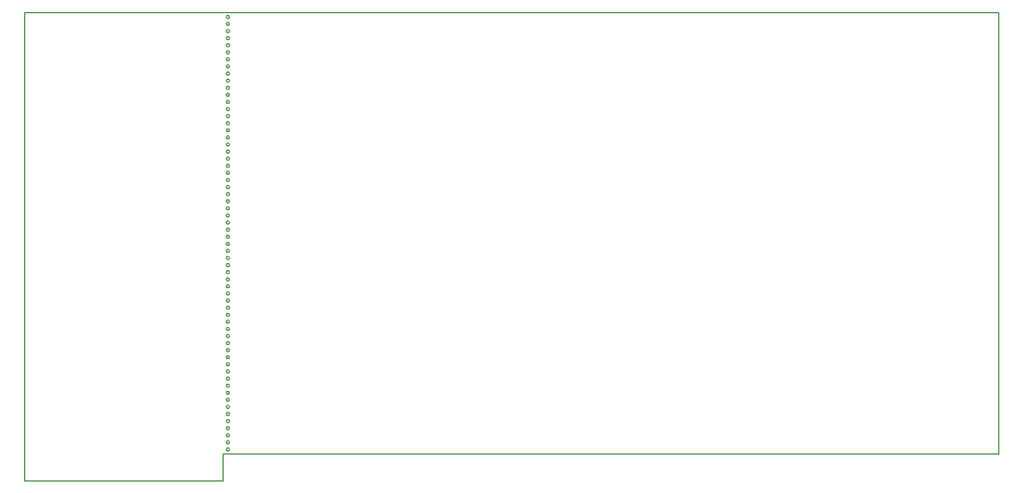
<source format=gbr>
G04 #@! TF.FileFunction,Profile,NP*
%FSLAX46Y46*%
G04 Gerber Fmt 4.6, Leading zero omitted, Abs format (unit mm)*
G04 Created by KiCad (PCBNEW 4.0.7) date 01/09/18 02:49:50*
%MOMM*%
%LPD*%
G01*
G04 APERTURE LIST*
%ADD10C,0.100000*%
%ADD11C,0.150000*%
G04 APERTURE END LIST*
D10*
D11*
X109445000Y-127675000D02*
G75*
G03X109445000Y-127675000I-225000J0D01*
G01*
X109445000Y-126675000D02*
G75*
G03X109445000Y-126675000I-225000J0D01*
G01*
X109445000Y-125675000D02*
G75*
G03X109445000Y-125675000I-225000J0D01*
G01*
X109445000Y-124675000D02*
G75*
G03X109445000Y-124675000I-225000J0D01*
G01*
X109445000Y-123675000D02*
G75*
G03X109445000Y-123675000I-225000J0D01*
G01*
X109445000Y-122675000D02*
G75*
G03X109445000Y-122675000I-225000J0D01*
G01*
X109445000Y-121675000D02*
G75*
G03X109445000Y-121675000I-225000J0D01*
G01*
X109445000Y-120675000D02*
G75*
G03X109445000Y-120675000I-225000J0D01*
G01*
X109445000Y-119675000D02*
G75*
G03X109445000Y-119675000I-225000J0D01*
G01*
X109445000Y-118675000D02*
G75*
G03X109445000Y-118675000I-225000J0D01*
G01*
X109445000Y-117675000D02*
G75*
G03X109445000Y-117675000I-225000J0D01*
G01*
X109445000Y-116675000D02*
G75*
G03X109445000Y-116675000I-225000J0D01*
G01*
X109445000Y-115675000D02*
G75*
G03X109445000Y-115675000I-225000J0D01*
G01*
X109445000Y-114675000D02*
G75*
G03X109445000Y-114675000I-225000J0D01*
G01*
X109445000Y-113675000D02*
G75*
G03X109445000Y-113675000I-225000J0D01*
G01*
X109445000Y-112675000D02*
G75*
G03X109445000Y-112675000I-225000J0D01*
G01*
X109445000Y-111675000D02*
G75*
G03X109445000Y-111675000I-225000J0D01*
G01*
X109445000Y-110675000D02*
G75*
G03X109445000Y-110675000I-225000J0D01*
G01*
X109445000Y-109675000D02*
G75*
G03X109445000Y-109675000I-225000J0D01*
G01*
X109445000Y-108675000D02*
G75*
G03X109445000Y-108675000I-225000J0D01*
G01*
X109445000Y-107675000D02*
G75*
G03X109445000Y-107675000I-225000J0D01*
G01*
X109445000Y-106675000D02*
G75*
G03X109445000Y-106675000I-225000J0D01*
G01*
X109445000Y-105675000D02*
G75*
G03X109445000Y-105675000I-225000J0D01*
G01*
X109445000Y-104675000D02*
G75*
G03X109445000Y-104675000I-225000J0D01*
G01*
X109445000Y-103675000D02*
G75*
G03X109445000Y-103675000I-225000J0D01*
G01*
X109445000Y-102675000D02*
G75*
G03X109445000Y-102675000I-225000J0D01*
G01*
X109445000Y-101675000D02*
G75*
G03X109445000Y-101675000I-225000J0D01*
G01*
X109445000Y-100675000D02*
G75*
G03X109445000Y-100675000I-225000J0D01*
G01*
X109445000Y-99675000D02*
G75*
G03X109445000Y-99675000I-225000J0D01*
G01*
X109445000Y-98675000D02*
G75*
G03X109445000Y-98675000I-225000J0D01*
G01*
X109445000Y-97675000D02*
G75*
G03X109445000Y-97675000I-225000J0D01*
G01*
X109445000Y-96675000D02*
G75*
G03X109445000Y-96675000I-225000J0D01*
G01*
X109445000Y-95675000D02*
G75*
G03X109445000Y-95675000I-225000J0D01*
G01*
X109445000Y-94675000D02*
G75*
G03X109445000Y-94675000I-225000J0D01*
G01*
X109445000Y-93675000D02*
G75*
G03X109445000Y-93675000I-225000J0D01*
G01*
X109445000Y-92675000D02*
G75*
G03X109445000Y-92675000I-225000J0D01*
G01*
X109445000Y-91675000D02*
G75*
G03X109445000Y-91675000I-225000J0D01*
G01*
X109445000Y-90675000D02*
G75*
G03X109445000Y-90675000I-225000J0D01*
G01*
X109445000Y-89675000D02*
G75*
G03X109445000Y-89675000I-225000J0D01*
G01*
X109445000Y-88675000D02*
G75*
G03X109445000Y-88675000I-225000J0D01*
G01*
X109445000Y-87675000D02*
G75*
G03X109445000Y-87675000I-225000J0D01*
G01*
X109445000Y-86675000D02*
G75*
G03X109445000Y-86675000I-225000J0D01*
G01*
X109445000Y-85675000D02*
G75*
G03X109445000Y-85675000I-225000J0D01*
G01*
X109445000Y-84675000D02*
G75*
G03X109445000Y-84675000I-225000J0D01*
G01*
X109445000Y-83675000D02*
G75*
G03X109445000Y-83675000I-225000J0D01*
G01*
X109445000Y-82675000D02*
G75*
G03X109445000Y-82675000I-225000J0D01*
G01*
X109445000Y-81675000D02*
G75*
G03X109445000Y-81675000I-225000J0D01*
G01*
X109445000Y-80675000D02*
G75*
G03X109445000Y-80675000I-225000J0D01*
G01*
X109445000Y-79675000D02*
G75*
G03X109445000Y-79675000I-225000J0D01*
G01*
X109445000Y-78675000D02*
G75*
G03X109445000Y-78675000I-225000J0D01*
G01*
X109445000Y-77675000D02*
G75*
G03X109445000Y-77675000I-225000J0D01*
G01*
X109445000Y-76675000D02*
G75*
G03X109445000Y-76675000I-225000J0D01*
G01*
X109445000Y-75675000D02*
G75*
G03X109445000Y-75675000I-225000J0D01*
G01*
X109445000Y-74675000D02*
G75*
G03X109445000Y-74675000I-225000J0D01*
G01*
X109445000Y-73675000D02*
G75*
G03X109445000Y-73675000I-225000J0D01*
G01*
X109445000Y-72675000D02*
G75*
G03X109445000Y-72675000I-225000J0D01*
G01*
X109445000Y-71675000D02*
G75*
G03X109445000Y-71675000I-225000J0D01*
G01*
X109445000Y-70675000D02*
G75*
G03X109445000Y-70675000I-225000J0D01*
G01*
X109445000Y-69675000D02*
G75*
G03X109445000Y-69675000I-225000J0D01*
G01*
X109445000Y-68675000D02*
G75*
G03X109445000Y-68675000I-225000J0D01*
G01*
X109445000Y-67675000D02*
G75*
G03X109445000Y-67675000I-225000J0D01*
G01*
X109445000Y-66675000D02*
G75*
G03X109445000Y-66675000I-225000J0D01*
G01*
X108585000Y-66040000D02*
X109220000Y-66040000D01*
X108585000Y-128270000D02*
X109220000Y-128270000D01*
X108585000Y-132080000D02*
X108585000Y-128270000D01*
X80645000Y-66040000D02*
X80645000Y-132080000D01*
X108585000Y-66040000D02*
X80645000Y-66040000D01*
X80645000Y-132080000D02*
X108585000Y-132080000D01*
X217805000Y-66040000D02*
X109220000Y-66040000D01*
X217805000Y-128270000D02*
X217805000Y-66040000D01*
X109220000Y-128270000D02*
X217805000Y-128270000D01*
M02*

</source>
